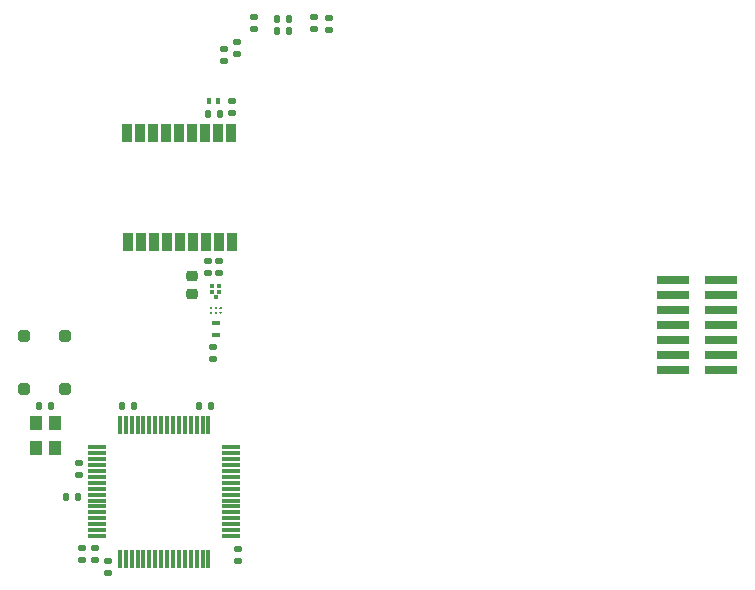
<source format=gbr>
%TF.GenerationSoftware,KiCad,Pcbnew,9.0.0*%
%TF.CreationDate,2025-03-02T11:40:43+01:00*%
%TF.ProjectId,relativeGPS,72656c61-7469-4766-9547-50532e6b6963,rev?*%
%TF.SameCoordinates,Original*%
%TF.FileFunction,Paste,Bot*%
%TF.FilePolarity,Positive*%
%FSLAX46Y46*%
G04 Gerber Fmt 4.6, Leading zero omitted, Abs format (unit mm)*
G04 Created by KiCad (PCBNEW 9.0.0) date 2025-03-02 11:40:43*
%MOMM*%
%LPD*%
G01*
G04 APERTURE LIST*
G04 Aperture macros list*
%AMRoundRect*
0 Rectangle with rounded corners*
0 $1 Rounding radius*
0 $2 $3 $4 $5 $6 $7 $8 $9 X,Y pos of 4 corners*
0 Add a 4 corners polygon primitive as box body*
4,1,4,$2,$3,$4,$5,$6,$7,$8,$9,$2,$3,0*
0 Add four circle primitives for the rounded corners*
1,1,$1+$1,$2,$3*
1,1,$1+$1,$4,$5*
1,1,$1+$1,$6,$7*
1,1,$1+$1,$8,$9*
0 Add four rect primitives between the rounded corners*
20,1,$1+$1,$2,$3,$4,$5,0*
20,1,$1+$1,$4,$5,$6,$7,0*
20,1,$1+$1,$6,$7,$8,$9,0*
20,1,$1+$1,$8,$9,$2,$3,0*%
G04 Aperture macros list end*
%ADD10C,0.150000*%
%ADD11RoundRect,0.135000X0.185000X-0.135000X0.185000X0.135000X-0.185000X0.135000X-0.185000X-0.135000X0*%
%ADD12RoundRect,0.135000X-0.135000X-0.185000X0.135000X-0.185000X0.135000X0.185000X-0.135000X0.185000X0*%
%ADD13RoundRect,0.135000X-0.185000X0.135000X-0.185000X-0.135000X0.185000X-0.135000X0.185000X0.135000X0*%
%ADD14R,2.790000X0.740000*%
%ADD15RoundRect,0.135000X0.135000X0.185000X-0.135000X0.185000X-0.135000X-0.185000X0.135000X-0.185000X0*%
%ADD16RoundRect,0.250000X0.250000X-0.250000X0.250000X0.250000X-0.250000X0.250000X-0.250000X-0.250000X0*%
%ADD17R,0.400000X0.500000*%
%ADD18RoundRect,0.225000X0.250000X-0.225000X0.250000X0.225000X-0.250000X0.225000X-0.250000X-0.225000X0*%
%ADD19R,0.375000X0.300000*%
%ADD20R,1.100000X1.300000*%
%ADD21R,0.660000X0.410000*%
%ADD22R,0.900000X1.600000*%
%ADD23RoundRect,0.075000X-0.700000X-0.075000X0.700000X-0.075000X0.700000X0.075000X-0.700000X0.075000X0*%
%ADD24RoundRect,0.075000X-0.075000X-0.700000X0.075000X-0.700000X0.075000X0.700000X-0.075000X0.700000X0*%
G04 APERTURE END LIST*
D10*
%TO.C,U3*%
X84650000Y-95400000D02*
G75*
G02*
X84550000Y-95400000I-50000J0D01*
G01*
X84550000Y-95400000D02*
G75*
G02*
X84650000Y-95400000I50000J0D01*
G01*
X84650000Y-95800000D02*
G75*
G02*
X84550000Y-95800000I-50000J0D01*
G01*
X84550000Y-95800000D02*
G75*
G02*
X84650000Y-95800000I50000J0D01*
G01*
X85050000Y-95400000D02*
G75*
G02*
X84950000Y-95400000I-50000J0D01*
G01*
X84950000Y-95400000D02*
G75*
G02*
X85050000Y-95400000I50000J0D01*
G01*
X85050000Y-95800000D02*
G75*
G02*
X84950000Y-95800000I-50000J0D01*
G01*
X84950000Y-95800000D02*
G75*
G02*
X85050000Y-95800000I50000J0D01*
G01*
X85450000Y-95400000D02*
G75*
G02*
X85350000Y-95400000I-50000J0D01*
G01*
X85350000Y-95400000D02*
G75*
G02*
X85450000Y-95400000I50000J0D01*
G01*
X85450000Y-95800000D02*
G75*
G02*
X85350000Y-95800000I-50000J0D01*
G01*
X85350000Y-95800000D02*
G75*
G02*
X85450000Y-95800000I50000J0D01*
G01*
%TD*%
D11*
%TO.C,R15*%
X85700000Y-74500000D03*
X85700000Y-73480000D03*
%TD*%
D12*
%TO.C,C6*%
X84300000Y-79000000D03*
X85320000Y-79000000D03*
%TD*%
D13*
%TO.C,C35*%
X86900000Y-115780000D03*
X86900000Y-116800000D03*
%TD*%
D11*
%TO.C,R6*%
X84300000Y-92410000D03*
X84300000Y-91390000D03*
%TD*%
D12*
%TO.C,C28*%
X69999999Y-103700000D03*
X71019999Y-103700000D03*
%TD*%
D14*
%TO.C,CN1*%
X123680000Y-100660000D03*
X127750000Y-100660000D03*
X123680000Y-99390000D03*
X127750000Y-99390000D03*
X123680000Y-98120000D03*
X127750000Y-98120000D03*
X123680000Y-96850000D03*
X127750000Y-96850000D03*
X123680000Y-95580000D03*
X127750000Y-95580000D03*
X123680000Y-94310000D03*
X127750000Y-94310000D03*
X123680000Y-93040000D03*
X127750000Y-93040000D03*
%TD*%
D15*
%TO.C,C34*%
X84610000Y-103700000D03*
X83590000Y-103700000D03*
%TD*%
D13*
%TO.C,R11*%
X93300000Y-70780000D03*
X93300000Y-71800000D03*
%TD*%
D16*
%TO.C,SW4*%
X72250000Y-102250000D03*
X72250000Y-97750000D03*
X68750000Y-102250000D03*
X68750000Y-97750000D03*
%TD*%
D17*
%TO.C,L3*%
X85200000Y-77900000D03*
X84400000Y-77900000D03*
%TD*%
D11*
%TO.C,C4*%
X85300000Y-92420000D03*
X85300000Y-91400000D03*
%TD*%
D18*
%TO.C,R2*%
X83000000Y-94250000D03*
X83000000Y-92700000D03*
%TD*%
D15*
%TO.C,C33*%
X78110000Y-103700000D03*
X77090000Y-103700000D03*
%TD*%
D13*
%TO.C,C31*%
X74800000Y-115690000D03*
X74800000Y-116710000D03*
%TD*%
%TO.C,C32*%
X73400000Y-108490000D03*
X73400000Y-109510000D03*
%TD*%
%TO.C,R13*%
X86800000Y-72900000D03*
X86800000Y-73920000D03*
%TD*%
D19*
%TO.C,U5*%
X84987500Y-94500000D03*
X84700000Y-94000000D03*
X84700000Y-93500000D03*
X85275000Y-93500000D03*
X85275000Y-94000000D03*
%TD*%
D11*
%TO.C,C1*%
X84800000Y-99720000D03*
X84800000Y-98700000D03*
%TD*%
D13*
%TO.C,C36*%
X73700000Y-115690000D03*
X73700000Y-116710000D03*
%TD*%
D20*
%TO.C,U12*%
X71425000Y-105150000D03*
X71425000Y-107250000D03*
X69775000Y-107250000D03*
X69775000Y-105150000D03*
%TD*%
D21*
%TO.C,L1*%
X85000000Y-97710000D03*
X85000000Y-96700000D03*
%TD*%
D12*
%TO.C,C26*%
X90190000Y-70900000D03*
X91210000Y-70900000D03*
%TD*%
D13*
%TO.C,R12*%
X94600000Y-70800000D03*
X94600000Y-71820000D03*
%TD*%
D22*
%TO.C,U6*%
X77500000Y-80600000D03*
X78600000Y-80600000D03*
X79700000Y-80600000D03*
X80800000Y-80600000D03*
X81900000Y-80600000D03*
X83000000Y-80600000D03*
X84100000Y-80600000D03*
X85200000Y-80600000D03*
X86300000Y-80600000D03*
X86400000Y-89800000D03*
X85300000Y-89800000D03*
X84200000Y-89800000D03*
X83100000Y-89800000D03*
X82000000Y-89800000D03*
X80900000Y-89800000D03*
X79800000Y-89800000D03*
X78700000Y-89800000D03*
X77600000Y-89800000D03*
%TD*%
D15*
%TO.C,C29*%
X73300000Y-111400000D03*
X72280000Y-111400000D03*
%TD*%
D13*
%TO.C,C5*%
X86400000Y-77890000D03*
X86400000Y-78910000D03*
%TD*%
%TO.C,R14*%
X88200000Y-70790000D03*
X88200000Y-71810000D03*
%TD*%
%TO.C,C17*%
X75900000Y-116790000D03*
X75900000Y-117810000D03*
%TD*%
D12*
%TO.C,C27*%
X90190000Y-71900000D03*
X91210000Y-71900000D03*
%TD*%
D23*
%TO.C,U11*%
X74950000Y-114700000D03*
X74950000Y-114200000D03*
X74950000Y-113700000D03*
X74950000Y-113200000D03*
X74950000Y-112700000D03*
X74950000Y-112200000D03*
X74950000Y-111700000D03*
X74950000Y-111200000D03*
X74950000Y-110700000D03*
X74950000Y-110200000D03*
X74950000Y-109700000D03*
X74950000Y-109200000D03*
X74950000Y-108700000D03*
X74950000Y-108200000D03*
X74950000Y-107700000D03*
X74950000Y-107200000D03*
D24*
X76875000Y-105275000D03*
X77375000Y-105275000D03*
X77875000Y-105275000D03*
X78375000Y-105275000D03*
X78875000Y-105275000D03*
X79375000Y-105275000D03*
X79875000Y-105275000D03*
X80375000Y-105275000D03*
X80875000Y-105275000D03*
X81375000Y-105275000D03*
X81875000Y-105275000D03*
X82375000Y-105275000D03*
X82875000Y-105275000D03*
X83375000Y-105275000D03*
X83875000Y-105275000D03*
X84375000Y-105275000D03*
D23*
X86300000Y-107200000D03*
X86300000Y-107700000D03*
X86300000Y-108200000D03*
X86300000Y-108700000D03*
X86300000Y-109200000D03*
X86300000Y-109700000D03*
X86300000Y-110200000D03*
X86300000Y-110700000D03*
X86300000Y-111200000D03*
X86300000Y-111700000D03*
X86300000Y-112200000D03*
X86300000Y-112700000D03*
X86300000Y-113200000D03*
X86300000Y-113700000D03*
X86300000Y-114200000D03*
X86300000Y-114700000D03*
D24*
X84375000Y-116625000D03*
X83875000Y-116625000D03*
X83375000Y-116625000D03*
X82875000Y-116625000D03*
X82375000Y-116625000D03*
X81875000Y-116625000D03*
X81375000Y-116625000D03*
X80875000Y-116625000D03*
X80375000Y-116625000D03*
X79875000Y-116625000D03*
X79375000Y-116625000D03*
X78875000Y-116625000D03*
X78375000Y-116625000D03*
X77875000Y-116625000D03*
X77375000Y-116625000D03*
X76875000Y-116625000D03*
%TD*%
M02*

</source>
